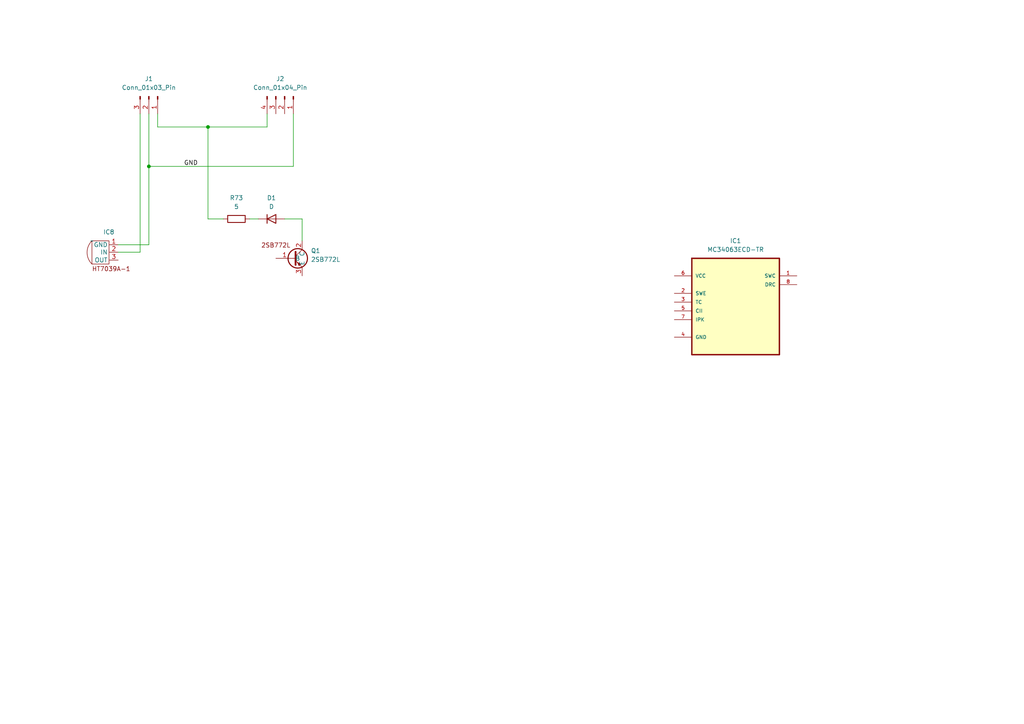
<source format=kicad_sch>
(kicad_sch (version 20230121) (generator eeschema)
  (paper "A4")
  (lib_symbols
    (symbol "Connector:Conn_01x03_Pin" (pin_names (offset 1.016) hide)
      (property "Reference" "J" (at 0 5.08 0))
      (property "Value" "Conn_01x03_Pin" (at 0 -5.08 0))
      (symbol "Conn_01x03_Pin_1_1"
        (polyline (pts (xy 1.27 -2.54) (xy 0.8636 -2.54)) (stroke (width 0.1524)))
        (polyline (pts (xy 1.27 0) (xy 0.8636 0)) (stroke (width 0.1524)))
        (polyline (pts (xy 1.27 2.54) (xy 0.8636 2.54)) (stroke (width 0.1524)))
        (rectangle (start 0.8636 -2.413) (end 0 -2.667) (stroke (width 0.1524)) (fill (type outline)))
        (rectangle (start 0.8636 0.127) (end 0 -0.127) (stroke (width 0.1524)) (fill (type outline)))
        (rectangle (start 0.8636 2.667) (end 0 2.413) (stroke (width 0.1524)) (fill (type outline)))
        (pin passive line (at 5.08 2.54 180) (length 3.81) (name "Pin_1") (number "1"))
        (pin passive line (at 5.08 0 180) (length 3.81) (name "Pin_2") (number "2"))
        (pin passive line (at 5.08 -2.54 180) (length 3.81) (name "Pin_3") (number "3"))
      )
    )
    (symbol "Connector:Conn_01x04_Pin" (pin_names (offset 1.016) hide)
      (property "Reference" "J" (at 0 5.08 0))
      (property "Value" "Conn_01x04_Pin" (at 0 -7.62 0))
      (symbol "Conn_01x04_Pin_1_1"
        (polyline (pts (xy 1.27 -5.08) (xy 0.8636 -5.08)) (stroke (width 0.1524)))
        (polyline (pts (xy 1.27 -2.54) (xy 0.8636 -2.54)) (stroke (width 0.1524)))
        (polyline (pts (xy 1.27 0) (xy 0.8636 0)) (stroke (width 0.1524)))
        (polyline (pts (xy 1.27 2.54) (xy 0.8636 2.54)) (stroke (width 0.1524)))
        (rectangle (start 0.8636 -4.953) (end 0 -5.207) (stroke (width 0.1524)) (fill (type outline)))
        (rectangle (start 0.8636 -2.413) (end 0 -2.667) (stroke (width 0.1524)) (fill (type outline)))
        (rectangle (start 0.8636 0.127) (end 0 -0.127) (stroke (width 0.1524)) (fill (type outline)))
        (rectangle (start 0.8636 2.667) (end 0 2.413) (stroke (width 0.1524)) (fill (type outline)))
        (pin passive line (at 5.08 2.54 180) (length 3.81) (name "Pin_1") (number "1"))
        (pin passive line (at 5.08 0 180) (length 3.81) (name "Pin_2") (number "2"))
        (pin passive line (at 5.08 -2.54 180) (length 3.81) (name "Pin_3") (number "3"))
        (pin passive line (at 5.08 -5.08 180) (length 3.81) (name "Pin_4") (number "4"))
      )
    )
    (symbol "Device:D" (pin_numbers hide) (pin_names (offset 1.016) hide)
      (property "Reference" "D" (at 0 2.54 0))
      (property "Value" "D" (at 0 -2.54 0))
      (symbol "D_0_1"
        (polyline (pts (xy -1.27 1.27) (xy -1.27 -1.27)) (stroke (width 0.254)))
        (polyline (pts (xy 1.27 0) (xy -1.27 0)))
        (polyline (pts (xy 1.27 1.27) (xy 1.27 -1.27) (xy -1.27 0) (xy 1.27 1.27)) (stroke (width 0.254)))
      )
      (symbol "D_1_1"
        (pin passive line (at -3.81 0 0) (length 2.54) (name "K") (number "1"))
        (pin passive line (at 3.81 0 180) (length 2.54) (name "A") (number "2"))
      )
    )
    (symbol "Device:R" (pin_numbers hide) (pin_names (offset 0))
      (property "Reference" "R" (at 2.032 0 90))
      (property "Value" "R" (at 0 0 90))
      (symbol "R_0_1"
        (rectangle (start -1.016 -2.54) (end 1.016 2.54) (stroke (width 0.254)))
      )
      (symbol "R_1_1"
        (pin passive line (at 0 3.81 270) (length 1.27) (name "~") (number "1"))
        (pin passive line (at 0 -3.81 90) (length 1.27) (name "~") (number "2"))
      )
    )
    (symbol "Mart:2SB772L"
      (property "Reference" "Q" (at -3.81 6.35 0))
      (property "Value" "2SB772L" (at 0 1.27 0))
      (symbol "2SB772L_0_1"
        (polyline (pts (xy 5.08 0) (xy 5.715 0)))
        (polyline (pts (xy 7.62 -2.54) (xy 5.715 -0.635)))
        (polyline (pts (xy 7.62 2.54) (xy 5.715 0.635)))
        (polyline (pts (xy 5.715 1.905) (xy 5.715 -1.905) (xy 5.715 -1.905)) (stroke (width 0.508)) (fill (type outline)))
        (polyline (pts (xy 7.239 -1.651) (xy 6.731 -2.159) (xy 6.223 -1.143) (xy 7.239 -1.651) (xy 7.239 -1.651)) (fill (type outline)))
        (circle (center 6.35 0) (radius 2.8194) (stroke (width 0.3048)))
      )
      (symbol "2SB772L_1_1"
        (text "2SB772L" (at 0 3.81 0) (effects (font (size 1.27 1.27))))
        (pin input line (at 0 0 0) (length 5.08) (name "B") (number "1"))
        (pin passive line (at 7.62 5.08 270) (length 2.54) (name "C") (number "2"))
        (pin passive line (at 7.62 -5.08 90) (length 2.54) (name "E") (number "3"))
      )
    )
    (symbol "Mart:HT7039A-1"
      (property "Reference" "IC" (at 0.762 1.016 0))
      (symbol "HT7039A-1_0_1"
        (arc (start -0.0635 -0.0635) (mid -1.411 -3.4104) (end 0 -6.731))
        (rectangle (start 0 0) (end 4.953 -6.731))
      )
      (symbol "HT7039A-1_1_1"
        (text "HT7039A-1" (at 5.588 -8.128 0) (effects (font (size 1.27 1.27))))
        (pin input line (at 7.62 -1.143 180) (length 2.54) (name "GND") (number "1"))
        (pin input line (at 7.62 -3.302 180) (length 2.54) (name "IN") (number "2"))
        (pin output line (at 7.62 -5.588 180) (length 2.54) (name "OUT") (number "3"))
      )
    )
    (symbol "Mart:MC34063ECD-TR" (pin_names (offset 1.016))
      (property "Reference" "IC" (at -5.7233 12.2606 0))
      (property "Value" "MC34063ECD-TR" (at -2.7247 -22.3069 0))
      (symbol "MC34063ECD-TR_0_0"
        (rectangle (start -12.7 -17.78) (end 12.7 10.16) (stroke (width 0.4064)) (fill (type background)))
        (pin passive line (at 17.78 5.08 180) (length 5.08) (name "SWC") (number "1"))
        (pin passive line (at -17.78 0 0) (length 5.08) (name "SWE") (number "2"))
        (pin passive line (at -17.78 -2.54 0) (length 5.08) (name "TC") (number "3"))
        (pin passive line (at -17.78 -12.7 0) (length 5.08) (name "GND") (number "4"))
        (pin passive line (at -17.78 -5.08 0) (length 5.08) (name "CII") (number "5"))
        (pin power_in line (at -17.78 5.08 0) (length 5.08) (name "VCC") (number "6"))
        (pin passive line (at -17.78 -7.62 0) (length 5.08) (name "IPK") (number "7"))
        (pin passive line (at 17.78 2.54 180) (length 5.08) (name "DRC") (number "8"))
      )
    )
  )
  (junction (at 60.325 36.83))
  (junction (at 43.18 48.26))
  (wire (pts (xy 43.18 48.26) (xy 85.09 48.26)))
  (wire (pts (xy 34.29 73.152) (xy 40.64 73.152)))
  (wire (pts (xy 82.55 63.5) (xy 87.63 63.5)))
  (wire (pts (xy 43.18 70.993) (xy 43.18 48.26)))
  (wire (pts (xy 34.29 70.993) (xy 43.18 70.993)))
  (wire (pts (xy 77.47 36.83) (xy 77.47 33.02)))
  (wire (pts (xy 85.09 48.26) (xy 85.09 33.02)))
  (wire (pts (xy 45.72 33.02) (xy 45.72 36.83)))
  (wire (pts (xy 64.77 63.5) (xy 60.325 63.5)))
  (wire (pts (xy 72.39 63.5) (xy 74.93 63.5)))
  (wire (pts (xy 45.72 36.83) (xy 60.325 36.83)))
  (wire (pts (xy 87.63 63.5) (xy 87.63 69.85)))
  (wire (pts (xy 60.325 63.5) (xy 60.325 36.83)))
  (wire (pts (xy 60.325 36.83) (xy 77.47 36.83)))
  (wire (pts (xy 43.18 33.02) (xy 43.18 48.26)))
  (wire (pts (xy 40.64 73.152) (xy 40.64 33.02)))
  (label "GND" (at 53.34 48.26 0))
  (symbol (lib_id "Device:R") (at 68.58 63.5 90) (unit 1)
    (property "Reference" "R73" (at 68.58 57.404 90))
    (property "Value" "5" (at 68.58 59.944 90))
  )
  (symbol (lib_id "Mart:MC34063ECD-TR") (at 213.36 85.09 0) (unit 1)
    (property "Reference" "IC1" (at 213.36 69.85 0))
    (property "Value" "MC34063ECD-TR" (at 213.36 72.39 0))
    (property "Footprint" "SOIC127P600X175-8N" (effects hide))
    (property "SUPPLIER" "STMICROELECTRONICS" (effects hide))
    (property "MPN" "MC34063ECD-TR" (effects hide))
    (property "OC_NEWARK" "56P9006" (effects hide))
    (property "OC_FARNELL" "1087205" (effects hide))
    (property "PACKAGE" "SO-8" (effects hide))
  )
  (symbol (lib_id "Device:D") (at 78.74 63.5 0) (unit 1)
    (property "Reference" "D1" (at 78.74 57.404 0))
    (property "Value" "D" (at 78.74 59.944 0))
    (property "Sim.Device" "D" (effects hide))
    (property "Sim.Pins" "1=K 2=A" (effects hide))
  )
  (symbol (lib_id "Connector:Conn_01x04_Pin") (at 82.55 27.94 270) (unit 1)
    (property "Reference" "J2" (at 81.28 22.86 90))
    (property "Value" "Conn_01x04_Pin" (at 81.28 25.4 90))
  )
  (symbol (lib_id "Mart:2SB772L") (at 80.01 74.93 0) (unit 1)
    (property "Reference" "Q1" (at 90.17 72.7301 0) (effects (justify left)))
    (property "Value" "2SB772L" (at 90.17 75.2701 0) (effects (justify left)))
  )
  (symbol (lib_id "Connector:Conn_01x03_Pin") (at 43.18 27.94 270) (unit 1)
    (property "Reference" "J1" (at 43.18 22.86 90))
    (property "Value" "Conn_01x03_Pin" (at 43.18 25.4 90))
  )
  (symbol (lib_id "Mart:HT7039A-1") (at 26.67 69.85 0) (unit 1)
    (property "Reference" "IC8" (at 31.5656 67.31 0))
    (property "Value" "~" (at 26.67 69.85 0))
  )
)
</source>
